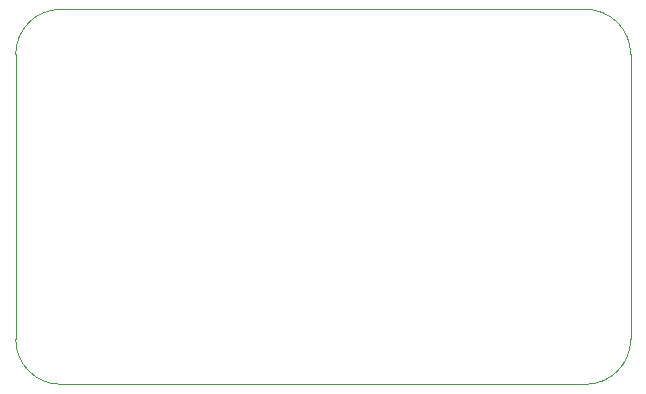
<source format=gm1>
G04 #@! TF.GenerationSoftware,KiCad,Pcbnew,(5.1.12)-1*
G04 #@! TF.CreationDate,2022-06-04T11:26:48+02:00*
G04 #@! TF.ProjectId,BSPD,42535044-2e6b-4696-9361-645f70636258,rev?*
G04 #@! TF.SameCoordinates,Original*
G04 #@! TF.FileFunction,Profile,NP*
%FSLAX46Y46*%
G04 Gerber Fmt 4.6, Leading zero omitted, Abs format (unit mm)*
G04 Created by KiCad (PCBNEW (5.1.12)-1) date 2022-06-04 11:26:48*
%MOMM*%
%LPD*%
G01*
G04 APERTURE LIST*
G04 #@! TA.AperFunction,Profile*
%ADD10C,0.050000*%
G04 #@! TD*
G04 APERTURE END LIST*
D10*
X147320000Y-78740000D02*
X147320000Y-76200000D01*
X95250000Y-100330000D02*
X95250000Y-97790000D01*
X99060000Y-104140000D02*
X101600000Y-104140000D01*
X99060000Y-72390000D02*
X101600000Y-72390000D01*
X95250000Y-97790000D02*
X95250000Y-76200000D01*
X99060000Y-104140000D02*
G75*
G02*
X95250000Y-100330000I0J3810000D01*
G01*
X95250000Y-76200000D02*
G75*
G02*
X99060000Y-72390000I3810000J0D01*
G01*
X143510000Y-104140000D02*
X101600000Y-104140000D01*
X147320000Y-100330000D02*
G75*
G02*
X143510000Y-104140000I-3810000J0D01*
G01*
X147320000Y-78740000D02*
X147320000Y-100330000D01*
X143510000Y-72390000D02*
G75*
G02*
X147320000Y-76200000I0J-3810000D01*
G01*
X101600000Y-72390000D02*
X143510000Y-72390000D01*
M02*

</source>
